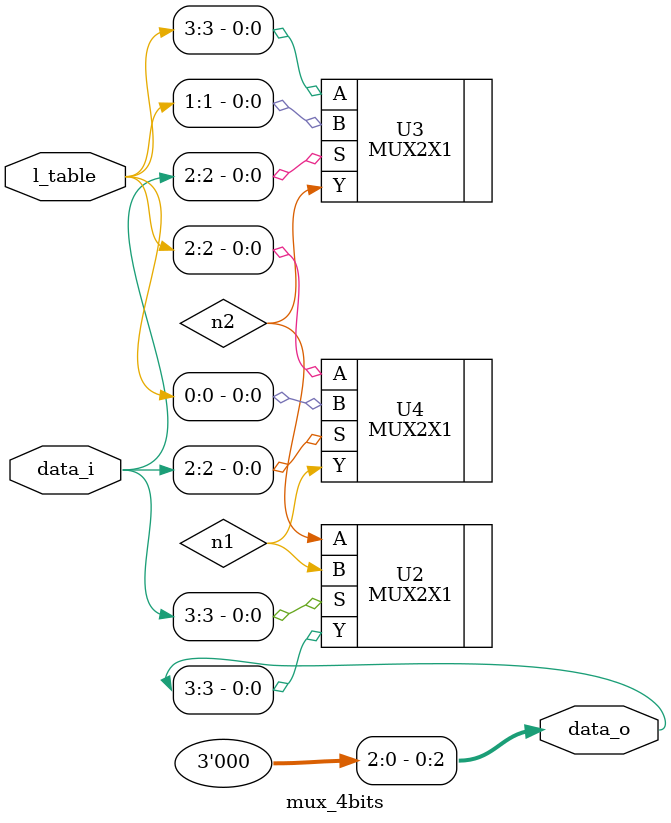
<source format=v>


module mux_4bits ( l_table, data_i, data_o );
  input [0:3] l_table;
  input [0:3] data_i;
  output [0:3] data_o;
  wire   n1, n2;
  assign data_o[2] = 1'b0;
  assign data_o[1] = 1'b0;
  assign data_o[0] = 1'b0;

  MUX2X1 U2 ( .B(n1), .A(n2), .S(data_i[3]), .Y(data_o[3]) );
  MUX2X1 U3 ( .B(l_table[1]), .A(l_table[3]), .S(data_i[2]), .Y(n2) );
  MUX2X1 U4 ( .B(l_table[0]), .A(l_table[2]), .S(data_i[2]), .Y(n1) );
endmodule


</source>
